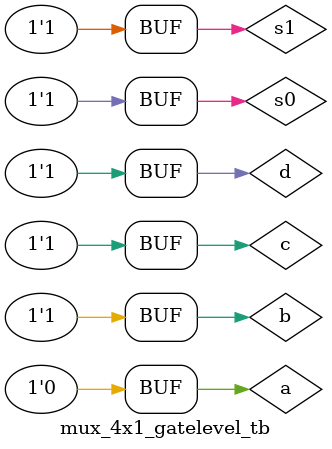
<source format=v>
module mux_4x1_gatelevel(y,a,b,c,d,s0,s1);
input a,b,c,d,s0,s1;
output y;
assign y=((~s0)&(~s0)&a)|((~s1)&(s0)&b)|((~s0)&(s1)&c)|((s1)&(s0)&d);
endmodule
//testbench
module mux_4x1_gatelevel_tb;
wire y;
reg a,b,c,d,s0,s1;
mux_4x1_gatelevel dut(y,a,b,c,d,s0,s1);
initial
begin
#2 a=1'b0;b=1'b1;c=1'b1;d=1'b1;s0=1'b0;s1=1'b0;
#5 s1=1'b1;
#5 s0=1'b1;s1=1'b0;
#5 s1=1'b1;
end
endmodule


</source>
